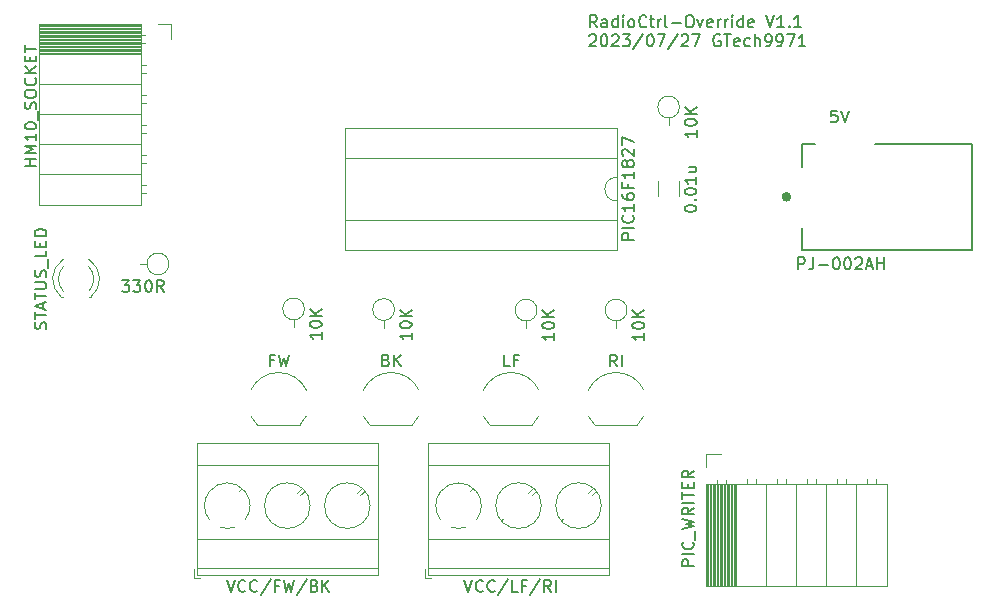
<source format=gto>
G04 #@! TF.GenerationSoftware,KiCad,Pcbnew,(6.0.11-0)*
G04 #@! TF.CreationDate,2023-07-27T23:45:53+09:00*
G04 #@! TF.ProjectId,RadioCtrl-Override,52616469-6f43-4747-926c-2d4f76657272,rev?*
G04 #@! TF.SameCoordinates,PX7bfa480PY7bfa480*
G04 #@! TF.FileFunction,Legend,Top*
G04 #@! TF.FilePolarity,Positive*
%FSLAX46Y46*%
G04 Gerber Fmt 4.6, Leading zero omitted, Abs format (unit mm)*
G04 Created by KiCad (PCBNEW (6.0.11-0)) date 2023-07-27 23:45:53*
%MOMM*%
%LPD*%
G01*
G04 APERTURE LIST*
%ADD10C,0.150000*%
%ADD11C,0.120000*%
%ADD12C,0.127000*%
%ADD13C,0.400000*%
G04 APERTURE END LIST*
D10*
X49167023Y48612620D02*
X48833690Y49088810D01*
X48595595Y48612620D02*
X48595595Y49612620D01*
X48976547Y49612620D01*
X49071785Y49565000D01*
X49119404Y49517381D01*
X49167023Y49422143D01*
X49167023Y49279286D01*
X49119404Y49184048D01*
X49071785Y49136429D01*
X48976547Y49088810D01*
X48595595Y49088810D01*
X50024166Y48612620D02*
X50024166Y49136429D01*
X49976547Y49231667D01*
X49881309Y49279286D01*
X49690833Y49279286D01*
X49595595Y49231667D01*
X50024166Y48660239D02*
X49928928Y48612620D01*
X49690833Y48612620D01*
X49595595Y48660239D01*
X49547976Y48755477D01*
X49547976Y48850715D01*
X49595595Y48945953D01*
X49690833Y48993572D01*
X49928928Y48993572D01*
X50024166Y49041191D01*
X50928928Y48612620D02*
X50928928Y49612620D01*
X50928928Y48660239D02*
X50833690Y48612620D01*
X50643214Y48612620D01*
X50547976Y48660239D01*
X50500357Y48707858D01*
X50452738Y48803096D01*
X50452738Y49088810D01*
X50500357Y49184048D01*
X50547976Y49231667D01*
X50643214Y49279286D01*
X50833690Y49279286D01*
X50928928Y49231667D01*
X51405119Y48612620D02*
X51405119Y49279286D01*
X51405119Y49612620D02*
X51357500Y49565000D01*
X51405119Y49517381D01*
X51452738Y49565000D01*
X51405119Y49612620D01*
X51405119Y49517381D01*
X52024166Y48612620D02*
X51928928Y48660239D01*
X51881309Y48707858D01*
X51833690Y48803096D01*
X51833690Y49088810D01*
X51881309Y49184048D01*
X51928928Y49231667D01*
X52024166Y49279286D01*
X52167023Y49279286D01*
X52262261Y49231667D01*
X52309880Y49184048D01*
X52357500Y49088810D01*
X52357500Y48803096D01*
X52309880Y48707858D01*
X52262261Y48660239D01*
X52167023Y48612620D01*
X52024166Y48612620D01*
X53357500Y48707858D02*
X53309880Y48660239D01*
X53167023Y48612620D01*
X53071785Y48612620D01*
X52928928Y48660239D01*
X52833690Y48755477D01*
X52786071Y48850715D01*
X52738452Y49041191D01*
X52738452Y49184048D01*
X52786071Y49374524D01*
X52833690Y49469762D01*
X52928928Y49565000D01*
X53071785Y49612620D01*
X53167023Y49612620D01*
X53309880Y49565000D01*
X53357500Y49517381D01*
X53643214Y49279286D02*
X54024166Y49279286D01*
X53786071Y49612620D02*
X53786071Y48755477D01*
X53833690Y48660239D01*
X53928928Y48612620D01*
X54024166Y48612620D01*
X54357500Y48612620D02*
X54357500Y49279286D01*
X54357500Y49088810D02*
X54405119Y49184048D01*
X54452738Y49231667D01*
X54547976Y49279286D01*
X54643214Y49279286D01*
X55119404Y48612620D02*
X55024166Y48660239D01*
X54976547Y48755477D01*
X54976547Y49612620D01*
X55500357Y48993572D02*
X56262261Y48993572D01*
X56928928Y49612620D02*
X57119404Y49612620D01*
X57214642Y49565000D01*
X57309880Y49469762D01*
X57357500Y49279286D01*
X57357500Y48945953D01*
X57309880Y48755477D01*
X57214642Y48660239D01*
X57119404Y48612620D01*
X56928928Y48612620D01*
X56833690Y48660239D01*
X56738452Y48755477D01*
X56690833Y48945953D01*
X56690833Y49279286D01*
X56738452Y49469762D01*
X56833690Y49565000D01*
X56928928Y49612620D01*
X57690833Y49279286D02*
X57928928Y48612620D01*
X58167023Y49279286D01*
X58928928Y48660239D02*
X58833690Y48612620D01*
X58643214Y48612620D01*
X58547976Y48660239D01*
X58500357Y48755477D01*
X58500357Y49136429D01*
X58547976Y49231667D01*
X58643214Y49279286D01*
X58833690Y49279286D01*
X58928928Y49231667D01*
X58976547Y49136429D01*
X58976547Y49041191D01*
X58500357Y48945953D01*
X59405119Y48612620D02*
X59405119Y49279286D01*
X59405119Y49088810D02*
X59452738Y49184048D01*
X59500357Y49231667D01*
X59595595Y49279286D01*
X59690833Y49279286D01*
X60024166Y48612620D02*
X60024166Y49279286D01*
X60024166Y49088810D02*
X60071785Y49184048D01*
X60119404Y49231667D01*
X60214642Y49279286D01*
X60309880Y49279286D01*
X60643214Y48612620D02*
X60643214Y49279286D01*
X60643214Y49612620D02*
X60595595Y49565000D01*
X60643214Y49517381D01*
X60690833Y49565000D01*
X60643214Y49612620D01*
X60643214Y49517381D01*
X61547976Y48612620D02*
X61547976Y49612620D01*
X61547976Y48660239D02*
X61452738Y48612620D01*
X61262261Y48612620D01*
X61167023Y48660239D01*
X61119404Y48707858D01*
X61071785Y48803096D01*
X61071785Y49088810D01*
X61119404Y49184048D01*
X61167023Y49231667D01*
X61262261Y49279286D01*
X61452738Y49279286D01*
X61547976Y49231667D01*
X62405119Y48660239D02*
X62309880Y48612620D01*
X62119404Y48612620D01*
X62024166Y48660239D01*
X61976547Y48755477D01*
X61976547Y49136429D01*
X62024166Y49231667D01*
X62119404Y49279286D01*
X62309880Y49279286D01*
X62405119Y49231667D01*
X62452738Y49136429D01*
X62452738Y49041191D01*
X61976547Y48945953D01*
X63500357Y49612620D02*
X63833690Y48612620D01*
X64167023Y49612620D01*
X65024166Y48612620D02*
X64452738Y48612620D01*
X64738452Y48612620D02*
X64738452Y49612620D01*
X64643214Y49469762D01*
X64547976Y49374524D01*
X64452738Y49326905D01*
X65452738Y48707858D02*
X65500357Y48660239D01*
X65452738Y48612620D01*
X65405119Y48660239D01*
X65452738Y48707858D01*
X65452738Y48612620D01*
X66452738Y48612620D02*
X65881309Y48612620D01*
X66167023Y48612620D02*
X66167023Y49612620D01*
X66071785Y49469762D01*
X65976547Y49374524D01*
X65881309Y49326905D01*
X48547976Y47907381D02*
X48595595Y47955000D01*
X48690833Y48002620D01*
X48928928Y48002620D01*
X49024166Y47955000D01*
X49071785Y47907381D01*
X49119404Y47812143D01*
X49119404Y47716905D01*
X49071785Y47574048D01*
X48500357Y47002620D01*
X49119404Y47002620D01*
X49738452Y48002620D02*
X49833690Y48002620D01*
X49928928Y47955000D01*
X49976547Y47907381D01*
X50024166Y47812143D01*
X50071785Y47621667D01*
X50071785Y47383572D01*
X50024166Y47193096D01*
X49976547Y47097858D01*
X49928928Y47050239D01*
X49833690Y47002620D01*
X49738452Y47002620D01*
X49643214Y47050239D01*
X49595595Y47097858D01*
X49547976Y47193096D01*
X49500357Y47383572D01*
X49500357Y47621667D01*
X49547976Y47812143D01*
X49595595Y47907381D01*
X49643214Y47955000D01*
X49738452Y48002620D01*
X50452738Y47907381D02*
X50500357Y47955000D01*
X50595595Y48002620D01*
X50833690Y48002620D01*
X50928928Y47955000D01*
X50976547Y47907381D01*
X51024166Y47812143D01*
X51024166Y47716905D01*
X50976547Y47574048D01*
X50405119Y47002620D01*
X51024166Y47002620D01*
X51357500Y48002620D02*
X51976547Y48002620D01*
X51643214Y47621667D01*
X51786071Y47621667D01*
X51881309Y47574048D01*
X51928928Y47526429D01*
X51976547Y47431191D01*
X51976547Y47193096D01*
X51928928Y47097858D01*
X51881309Y47050239D01*
X51786071Y47002620D01*
X51500357Y47002620D01*
X51405119Y47050239D01*
X51357500Y47097858D01*
X53119404Y48050239D02*
X52262261Y46764524D01*
X53643214Y48002620D02*
X53738452Y48002620D01*
X53833690Y47955000D01*
X53881309Y47907381D01*
X53928928Y47812143D01*
X53976547Y47621667D01*
X53976547Y47383572D01*
X53928928Y47193096D01*
X53881309Y47097858D01*
X53833690Y47050239D01*
X53738452Y47002620D01*
X53643214Y47002620D01*
X53547976Y47050239D01*
X53500357Y47097858D01*
X53452738Y47193096D01*
X53405119Y47383572D01*
X53405119Y47621667D01*
X53452738Y47812143D01*
X53500357Y47907381D01*
X53547976Y47955000D01*
X53643214Y48002620D01*
X54309880Y48002620D02*
X54976547Y48002620D01*
X54547976Y47002620D01*
X56071785Y48050239D02*
X55214642Y46764524D01*
X56357500Y47907381D02*
X56405119Y47955000D01*
X56500357Y48002620D01*
X56738452Y48002620D01*
X56833690Y47955000D01*
X56881309Y47907381D01*
X56928928Y47812143D01*
X56928928Y47716905D01*
X56881309Y47574048D01*
X56309880Y47002620D01*
X56928928Y47002620D01*
X57262261Y48002620D02*
X57928928Y48002620D01*
X57500357Y47002620D01*
X59595595Y47955000D02*
X59500357Y48002620D01*
X59357500Y48002620D01*
X59214642Y47955000D01*
X59119404Y47859762D01*
X59071785Y47764524D01*
X59024166Y47574048D01*
X59024166Y47431191D01*
X59071785Y47240715D01*
X59119404Y47145477D01*
X59214642Y47050239D01*
X59357500Y47002620D01*
X59452738Y47002620D01*
X59595595Y47050239D01*
X59643214Y47097858D01*
X59643214Y47431191D01*
X59452738Y47431191D01*
X59928928Y48002620D02*
X60500357Y48002620D01*
X60214642Y47002620D02*
X60214642Y48002620D01*
X61214642Y47050239D02*
X61119404Y47002620D01*
X60928928Y47002620D01*
X60833690Y47050239D01*
X60786071Y47145477D01*
X60786071Y47526429D01*
X60833690Y47621667D01*
X60928928Y47669286D01*
X61119404Y47669286D01*
X61214642Y47621667D01*
X61262261Y47526429D01*
X61262261Y47431191D01*
X60786071Y47335953D01*
X62119404Y47050239D02*
X62024166Y47002620D01*
X61833690Y47002620D01*
X61738452Y47050239D01*
X61690833Y47097858D01*
X61643214Y47193096D01*
X61643214Y47478810D01*
X61690833Y47574048D01*
X61738452Y47621667D01*
X61833690Y47669286D01*
X62024166Y47669286D01*
X62119404Y47621667D01*
X62547976Y47002620D02*
X62547976Y48002620D01*
X62976547Y47002620D02*
X62976547Y47526429D01*
X62928928Y47621667D01*
X62833690Y47669286D01*
X62690833Y47669286D01*
X62595595Y47621667D01*
X62547976Y47574048D01*
X63500357Y47002620D02*
X63690833Y47002620D01*
X63786071Y47050239D01*
X63833690Y47097858D01*
X63928928Y47240715D01*
X63976547Y47431191D01*
X63976547Y47812143D01*
X63928928Y47907381D01*
X63881309Y47955000D01*
X63786071Y48002620D01*
X63595595Y48002620D01*
X63500357Y47955000D01*
X63452738Y47907381D01*
X63405119Y47812143D01*
X63405119Y47574048D01*
X63452738Y47478810D01*
X63500357Y47431191D01*
X63595595Y47383572D01*
X63786071Y47383572D01*
X63881309Y47431191D01*
X63928928Y47478810D01*
X63976547Y47574048D01*
X64452738Y47002620D02*
X64643214Y47002620D01*
X64738452Y47050239D01*
X64786071Y47097858D01*
X64881309Y47240715D01*
X64928928Y47431191D01*
X64928928Y47812143D01*
X64881309Y47907381D01*
X64833690Y47955000D01*
X64738452Y48002620D01*
X64547976Y48002620D01*
X64452738Y47955000D01*
X64405119Y47907381D01*
X64357500Y47812143D01*
X64357500Y47574048D01*
X64405119Y47478810D01*
X64452738Y47431191D01*
X64547976Y47383572D01*
X64738452Y47383572D01*
X64833690Y47431191D01*
X64881309Y47478810D01*
X64928928Y47574048D01*
X65262261Y48002620D02*
X65928928Y48002620D01*
X65500357Y47002620D01*
X66833690Y47002620D02*
X66262261Y47002620D01*
X66547976Y47002620D02*
X66547976Y48002620D01*
X66452738Y47859762D01*
X66357500Y47764524D01*
X66262261Y47716905D01*
X66206971Y28122598D02*
X66206971Y29122645D01*
X66587941Y29122645D01*
X66683184Y29075024D01*
X66730805Y29027403D01*
X66778427Y28932160D01*
X66778427Y28789296D01*
X66730805Y28694054D01*
X66683184Y28646432D01*
X66587941Y28598811D01*
X66206971Y28598811D01*
X67492746Y29122645D02*
X67492746Y28408326D01*
X67445125Y28265462D01*
X67349882Y28170220D01*
X67207018Y28122598D01*
X67111776Y28122598D01*
X67968959Y28503569D02*
X68730899Y28503569D01*
X69397597Y29122645D02*
X69492840Y29122645D01*
X69588082Y29075024D01*
X69635704Y29027403D01*
X69683325Y28932160D01*
X69730946Y28741675D01*
X69730946Y28503569D01*
X69683325Y28313083D01*
X69635704Y28217841D01*
X69588082Y28170220D01*
X69492840Y28122598D01*
X69397597Y28122598D01*
X69302355Y28170220D01*
X69254733Y28217841D01*
X69207112Y28313083D01*
X69159491Y28503569D01*
X69159491Y28741675D01*
X69207112Y28932160D01*
X69254733Y29027403D01*
X69302355Y29075024D01*
X69397597Y29122645D01*
X70350023Y29122645D02*
X70445266Y29122645D01*
X70540508Y29075024D01*
X70588129Y29027403D01*
X70635751Y28932160D01*
X70683372Y28741675D01*
X70683372Y28503569D01*
X70635751Y28313083D01*
X70588129Y28217841D01*
X70540508Y28170220D01*
X70445266Y28122598D01*
X70350023Y28122598D01*
X70254780Y28170220D01*
X70207159Y28217841D01*
X70159538Y28313083D01*
X70111917Y28503569D01*
X70111917Y28741675D01*
X70159538Y28932160D01*
X70207159Y29027403D01*
X70254780Y29075024D01*
X70350023Y29122645D01*
X71064342Y29027403D02*
X71111964Y29075024D01*
X71207206Y29122645D01*
X71445313Y29122645D01*
X71540555Y29075024D01*
X71588176Y29027403D01*
X71635798Y28932160D01*
X71635798Y28836918D01*
X71588176Y28694054D01*
X71016721Y28122598D01*
X71635798Y28122598D01*
X72016768Y28408326D02*
X72492981Y28408326D01*
X71921525Y28122598D02*
X72254874Y29122645D01*
X72588223Y28122598D01*
X72921572Y28122598D02*
X72921572Y29122645D01*
X72921572Y28646432D02*
X73493028Y28646432D01*
X73493028Y28122598D02*
X73493028Y29122645D01*
X57617380Y39899524D02*
X57617380Y39328096D01*
X57617380Y39613810D02*
X56617380Y39613810D01*
X56760238Y39518572D01*
X56855476Y39423334D01*
X56903095Y39328096D01*
X56617380Y40518572D02*
X56617380Y40613810D01*
X56665000Y40709048D01*
X56712619Y40756667D01*
X56807857Y40804286D01*
X56998333Y40851905D01*
X57236428Y40851905D01*
X57426904Y40804286D01*
X57522142Y40756667D01*
X57569761Y40709048D01*
X57617380Y40613810D01*
X57617380Y40518572D01*
X57569761Y40423334D01*
X57522142Y40375715D01*
X57426904Y40328096D01*
X57236428Y40280477D01*
X56998333Y40280477D01*
X56807857Y40328096D01*
X56712619Y40375715D01*
X56665000Y40423334D01*
X56617380Y40518572D01*
X57617380Y41280477D02*
X56617380Y41280477D01*
X57617380Y41851905D02*
X57045952Y41423334D01*
X56617380Y41851905D02*
X57188809Y41280477D01*
X17844047Y1817620D02*
X18177380Y817620D01*
X18510714Y1817620D01*
X19415476Y912858D02*
X19367857Y865239D01*
X19225000Y817620D01*
X19129761Y817620D01*
X18986904Y865239D01*
X18891666Y960477D01*
X18844047Y1055715D01*
X18796428Y1246191D01*
X18796428Y1389048D01*
X18844047Y1579524D01*
X18891666Y1674762D01*
X18986904Y1770000D01*
X19129761Y1817620D01*
X19225000Y1817620D01*
X19367857Y1770000D01*
X19415476Y1722381D01*
X20415476Y912858D02*
X20367857Y865239D01*
X20225000Y817620D01*
X20129761Y817620D01*
X19986904Y865239D01*
X19891666Y960477D01*
X19844047Y1055715D01*
X19796428Y1246191D01*
X19796428Y1389048D01*
X19844047Y1579524D01*
X19891666Y1674762D01*
X19986904Y1770000D01*
X20129761Y1817620D01*
X20225000Y1817620D01*
X20367857Y1770000D01*
X20415476Y1722381D01*
X21558333Y1865239D02*
X20701190Y579524D01*
X22225000Y1341429D02*
X21891666Y1341429D01*
X21891666Y817620D02*
X21891666Y1817620D01*
X22367857Y1817620D01*
X22653571Y1817620D02*
X22891666Y817620D01*
X23082142Y1531905D01*
X23272619Y817620D01*
X23510714Y1817620D01*
X24605952Y1865239D02*
X23748809Y579524D01*
X25272619Y1341429D02*
X25415476Y1293810D01*
X25463095Y1246191D01*
X25510714Y1150953D01*
X25510714Y1008096D01*
X25463095Y912858D01*
X25415476Y865239D01*
X25320238Y817620D01*
X24939285Y817620D01*
X24939285Y1817620D01*
X25272619Y1817620D01*
X25367857Y1770000D01*
X25415476Y1722381D01*
X25463095Y1627143D01*
X25463095Y1531905D01*
X25415476Y1436667D01*
X25367857Y1389048D01*
X25272619Y1341429D01*
X24939285Y1341429D01*
X25939285Y817620D02*
X25939285Y1817620D01*
X26510714Y817620D02*
X26082142Y1389048D01*
X26510714Y1817620D02*
X25939285Y1246191D01*
X8959285Y27202620D02*
X9578333Y27202620D01*
X9245000Y26821667D01*
X9387857Y26821667D01*
X9483095Y26774048D01*
X9530714Y26726429D01*
X9578333Y26631191D01*
X9578333Y26393096D01*
X9530714Y26297858D01*
X9483095Y26250239D01*
X9387857Y26202620D01*
X9102142Y26202620D01*
X9006904Y26250239D01*
X8959285Y26297858D01*
X9911666Y27202620D02*
X10530714Y27202620D01*
X10197380Y26821667D01*
X10340238Y26821667D01*
X10435476Y26774048D01*
X10483095Y26726429D01*
X10530714Y26631191D01*
X10530714Y26393096D01*
X10483095Y26297858D01*
X10435476Y26250239D01*
X10340238Y26202620D01*
X10054523Y26202620D01*
X9959285Y26250239D01*
X9911666Y26297858D01*
X11149761Y27202620D02*
X11245000Y27202620D01*
X11340238Y27155000D01*
X11387857Y27107381D01*
X11435476Y27012143D01*
X11483095Y26821667D01*
X11483095Y26583572D01*
X11435476Y26393096D01*
X11387857Y26297858D01*
X11340238Y26250239D01*
X11245000Y26202620D01*
X11149761Y26202620D01*
X11054523Y26250239D01*
X11006904Y26297858D01*
X10959285Y26393096D01*
X10911666Y26583572D01*
X10911666Y26821667D01*
X10959285Y27012143D01*
X11006904Y27107381D01*
X11054523Y27155000D01*
X11149761Y27202620D01*
X12483095Y26202620D02*
X12149761Y26678810D01*
X11911666Y26202620D02*
X11911666Y27202620D01*
X12292619Y27202620D01*
X12387857Y27155000D01*
X12435476Y27107381D01*
X12483095Y27012143D01*
X12483095Y26869286D01*
X12435476Y26774048D01*
X12387857Y26726429D01*
X12292619Y26678810D01*
X11911666Y26678810D01*
X45552380Y22699524D02*
X45552380Y22128096D01*
X45552380Y22413810D02*
X44552380Y22413810D01*
X44695238Y22318572D01*
X44790476Y22223334D01*
X44838095Y22128096D01*
X44552380Y23318572D02*
X44552380Y23413810D01*
X44600000Y23509048D01*
X44647619Y23556667D01*
X44742857Y23604286D01*
X44933333Y23651905D01*
X45171428Y23651905D01*
X45361904Y23604286D01*
X45457142Y23556667D01*
X45504761Y23509048D01*
X45552380Y23413810D01*
X45552380Y23318572D01*
X45504761Y23223334D01*
X45457142Y23175715D01*
X45361904Y23128096D01*
X45171428Y23080477D01*
X44933333Y23080477D01*
X44742857Y23128096D01*
X44647619Y23175715D01*
X44600000Y23223334D01*
X44552380Y23318572D01*
X45552380Y24080477D02*
X44552380Y24080477D01*
X45552380Y24651905D02*
X44980952Y24223334D01*
X44552380Y24651905D02*
X45123809Y24080477D01*
X1722380Y36886191D02*
X722380Y36886191D01*
X1198571Y36886191D02*
X1198571Y37457620D01*
X1722380Y37457620D02*
X722380Y37457620D01*
X1722380Y37933810D02*
X722380Y37933810D01*
X1436666Y38267143D01*
X722380Y38600477D01*
X1722380Y38600477D01*
X1722380Y39600477D02*
X1722380Y39029048D01*
X1722380Y39314762D02*
X722380Y39314762D01*
X865238Y39219524D01*
X960476Y39124286D01*
X1008095Y39029048D01*
X722380Y40219524D02*
X722380Y40314762D01*
X770000Y40410000D01*
X817619Y40457620D01*
X912857Y40505239D01*
X1103333Y40552858D01*
X1341428Y40552858D01*
X1531904Y40505239D01*
X1627142Y40457620D01*
X1674761Y40410000D01*
X1722380Y40314762D01*
X1722380Y40219524D01*
X1674761Y40124286D01*
X1627142Y40076667D01*
X1531904Y40029048D01*
X1341428Y39981429D01*
X1103333Y39981429D01*
X912857Y40029048D01*
X817619Y40076667D01*
X770000Y40124286D01*
X722380Y40219524D01*
X1817619Y40743334D02*
X1817619Y41505239D01*
X1674761Y41695715D02*
X1722380Y41838572D01*
X1722380Y42076667D01*
X1674761Y42171905D01*
X1627142Y42219524D01*
X1531904Y42267143D01*
X1436666Y42267143D01*
X1341428Y42219524D01*
X1293809Y42171905D01*
X1246190Y42076667D01*
X1198571Y41886191D01*
X1150952Y41790953D01*
X1103333Y41743334D01*
X1008095Y41695715D01*
X912857Y41695715D01*
X817619Y41743334D01*
X770000Y41790953D01*
X722380Y41886191D01*
X722380Y42124286D01*
X770000Y42267143D01*
X722380Y42886191D02*
X722380Y43076667D01*
X770000Y43171905D01*
X865238Y43267143D01*
X1055714Y43314762D01*
X1389047Y43314762D01*
X1579523Y43267143D01*
X1674761Y43171905D01*
X1722380Y43076667D01*
X1722380Y42886191D01*
X1674761Y42790953D01*
X1579523Y42695715D01*
X1389047Y42648096D01*
X1055714Y42648096D01*
X865238Y42695715D01*
X770000Y42790953D01*
X722380Y42886191D01*
X1627142Y44314762D02*
X1674761Y44267143D01*
X1722380Y44124286D01*
X1722380Y44029048D01*
X1674761Y43886191D01*
X1579523Y43790953D01*
X1484285Y43743334D01*
X1293809Y43695715D01*
X1150952Y43695715D01*
X960476Y43743334D01*
X865238Y43790953D01*
X770000Y43886191D01*
X722380Y44029048D01*
X722380Y44124286D01*
X770000Y44267143D01*
X817619Y44314762D01*
X1722380Y44743334D02*
X722380Y44743334D01*
X1722380Y45314762D02*
X1150952Y44886191D01*
X722380Y45314762D02*
X1293809Y44743334D01*
X1198571Y45743334D02*
X1198571Y46076667D01*
X1722380Y46219524D02*
X1722380Y45743334D01*
X722380Y45743334D01*
X722380Y46219524D01*
X722380Y46505239D02*
X722380Y47076667D01*
X1722380Y46790953D02*
X722380Y46790953D01*
X33487380Y22754524D02*
X33487380Y22183096D01*
X33487380Y22468810D02*
X32487380Y22468810D01*
X32630238Y22373572D01*
X32725476Y22278334D01*
X32773095Y22183096D01*
X32487380Y23373572D02*
X32487380Y23468810D01*
X32535000Y23564048D01*
X32582619Y23611667D01*
X32677857Y23659286D01*
X32868333Y23706905D01*
X33106428Y23706905D01*
X33296904Y23659286D01*
X33392142Y23611667D01*
X33439761Y23564048D01*
X33487380Y23468810D01*
X33487380Y23373572D01*
X33439761Y23278334D01*
X33392142Y23230715D01*
X33296904Y23183096D01*
X33106428Y23135477D01*
X32868333Y23135477D01*
X32677857Y23183096D01*
X32582619Y23230715D01*
X32535000Y23278334D01*
X32487380Y23373572D01*
X33487380Y24135477D02*
X32487380Y24135477D01*
X33487380Y24706905D02*
X32915952Y24278334D01*
X32487380Y24706905D02*
X33058809Y24135477D01*
X25867380Y22804524D02*
X25867380Y22233096D01*
X25867380Y22518810D02*
X24867380Y22518810D01*
X25010238Y22423572D01*
X25105476Y22328334D01*
X25153095Y22233096D01*
X24867380Y23423572D02*
X24867380Y23518810D01*
X24915000Y23614048D01*
X24962619Y23661667D01*
X25057857Y23709286D01*
X25248333Y23756905D01*
X25486428Y23756905D01*
X25676904Y23709286D01*
X25772142Y23661667D01*
X25819761Y23614048D01*
X25867380Y23518810D01*
X25867380Y23423572D01*
X25819761Y23328334D01*
X25772142Y23280715D01*
X25676904Y23233096D01*
X25486428Y23185477D01*
X25248333Y23185477D01*
X25057857Y23233096D01*
X24962619Y23280715D01*
X24915000Y23328334D01*
X24867380Y23423572D01*
X25867380Y24185477D02*
X24867380Y24185477D01*
X25867380Y24756905D02*
X25295952Y24328334D01*
X24867380Y24756905D02*
X25438809Y24185477D01*
X52302380Y30629286D02*
X51302380Y30629286D01*
X51302380Y31010239D01*
X51350000Y31105477D01*
X51397619Y31153096D01*
X51492857Y31200715D01*
X51635714Y31200715D01*
X51730952Y31153096D01*
X51778571Y31105477D01*
X51826190Y31010239D01*
X51826190Y30629286D01*
X52302380Y31629286D02*
X51302380Y31629286D01*
X52207142Y32676905D02*
X52254761Y32629286D01*
X52302380Y32486429D01*
X52302380Y32391191D01*
X52254761Y32248334D01*
X52159523Y32153096D01*
X52064285Y32105477D01*
X51873809Y32057858D01*
X51730952Y32057858D01*
X51540476Y32105477D01*
X51445238Y32153096D01*
X51350000Y32248334D01*
X51302380Y32391191D01*
X51302380Y32486429D01*
X51350000Y32629286D01*
X51397619Y32676905D01*
X52302380Y33629286D02*
X52302380Y33057858D01*
X52302380Y33343572D02*
X51302380Y33343572D01*
X51445238Y33248334D01*
X51540476Y33153096D01*
X51588095Y33057858D01*
X51302380Y34486429D02*
X51302380Y34295953D01*
X51350000Y34200715D01*
X51397619Y34153096D01*
X51540476Y34057858D01*
X51730952Y34010239D01*
X52111904Y34010239D01*
X52207142Y34057858D01*
X52254761Y34105477D01*
X52302380Y34200715D01*
X52302380Y34391191D01*
X52254761Y34486429D01*
X52207142Y34534048D01*
X52111904Y34581667D01*
X51873809Y34581667D01*
X51778571Y34534048D01*
X51730952Y34486429D01*
X51683333Y34391191D01*
X51683333Y34200715D01*
X51730952Y34105477D01*
X51778571Y34057858D01*
X51873809Y34010239D01*
X51778571Y35343572D02*
X51778571Y35010239D01*
X52302380Y35010239D02*
X51302380Y35010239D01*
X51302380Y35486429D01*
X52302380Y36391191D02*
X52302380Y35819762D01*
X52302380Y36105477D02*
X51302380Y36105477D01*
X51445238Y36010239D01*
X51540476Y35915000D01*
X51588095Y35819762D01*
X51730952Y36962620D02*
X51683333Y36867381D01*
X51635714Y36819762D01*
X51540476Y36772143D01*
X51492857Y36772143D01*
X51397619Y36819762D01*
X51350000Y36867381D01*
X51302380Y36962620D01*
X51302380Y37153096D01*
X51350000Y37248334D01*
X51397619Y37295953D01*
X51492857Y37343572D01*
X51540476Y37343572D01*
X51635714Y37295953D01*
X51683333Y37248334D01*
X51730952Y37153096D01*
X51730952Y36962620D01*
X51778571Y36867381D01*
X51826190Y36819762D01*
X51921428Y36772143D01*
X52111904Y36772143D01*
X52207142Y36819762D01*
X52254761Y36867381D01*
X52302380Y36962620D01*
X52302380Y37153096D01*
X52254761Y37248334D01*
X52207142Y37295953D01*
X52111904Y37343572D01*
X51921428Y37343572D01*
X51826190Y37295953D01*
X51778571Y37248334D01*
X51730952Y37153096D01*
X51397619Y37724524D02*
X51350000Y37772143D01*
X51302380Y37867381D01*
X51302380Y38105477D01*
X51350000Y38200715D01*
X51397619Y38248334D01*
X51492857Y38295953D01*
X51588095Y38295953D01*
X51730952Y38248334D01*
X52302380Y37676905D01*
X52302380Y38295953D01*
X51302380Y38629286D02*
X51302380Y39295953D01*
X52302380Y38867381D01*
X57397380Y2981191D02*
X56397380Y2981191D01*
X56397380Y3362143D01*
X56445000Y3457381D01*
X56492619Y3505000D01*
X56587857Y3552620D01*
X56730714Y3552620D01*
X56825952Y3505000D01*
X56873571Y3457381D01*
X56921190Y3362143D01*
X56921190Y2981191D01*
X57397380Y3981191D02*
X56397380Y3981191D01*
X57302142Y5028810D02*
X57349761Y4981191D01*
X57397380Y4838334D01*
X57397380Y4743096D01*
X57349761Y4600239D01*
X57254523Y4505000D01*
X57159285Y4457381D01*
X56968809Y4409762D01*
X56825952Y4409762D01*
X56635476Y4457381D01*
X56540238Y4505000D01*
X56445000Y4600239D01*
X56397380Y4743096D01*
X56397380Y4838334D01*
X56445000Y4981191D01*
X56492619Y5028810D01*
X57492619Y5219286D02*
X57492619Y5981191D01*
X56397380Y6124048D02*
X57397380Y6362143D01*
X56683095Y6552620D01*
X57397380Y6743096D01*
X56397380Y6981191D01*
X57397380Y7933572D02*
X56921190Y7600239D01*
X57397380Y7362143D02*
X56397380Y7362143D01*
X56397380Y7743096D01*
X56445000Y7838334D01*
X56492619Y7885953D01*
X56587857Y7933572D01*
X56730714Y7933572D01*
X56825952Y7885953D01*
X56873571Y7838334D01*
X56921190Y7743096D01*
X56921190Y7362143D01*
X57397380Y8362143D02*
X56397380Y8362143D01*
X56397380Y8695477D02*
X56397380Y9266905D01*
X57397380Y8981191D02*
X56397380Y8981191D01*
X56873571Y9600239D02*
X56873571Y9933572D01*
X57397380Y10076429D02*
X57397380Y9600239D01*
X56397380Y9600239D01*
X56397380Y10076429D01*
X57397380Y11076429D02*
X56921190Y10743096D01*
X57397380Y10505000D02*
X56397380Y10505000D01*
X56397380Y10885953D01*
X56445000Y10981191D01*
X56492619Y11028810D01*
X56587857Y11076429D01*
X56730714Y11076429D01*
X56825952Y11028810D01*
X56873571Y10981191D01*
X56921190Y10885953D01*
X56921190Y10505000D01*
X31321428Y20416429D02*
X31464285Y20368810D01*
X31511904Y20321191D01*
X31559523Y20225953D01*
X31559523Y20083096D01*
X31511904Y19987858D01*
X31464285Y19940239D01*
X31369047Y19892620D01*
X30988095Y19892620D01*
X30988095Y20892620D01*
X31321428Y20892620D01*
X31416666Y20845000D01*
X31464285Y20797381D01*
X31511904Y20702143D01*
X31511904Y20606905D01*
X31464285Y20511667D01*
X31416666Y20464048D01*
X31321428Y20416429D01*
X30988095Y20416429D01*
X31988095Y19892620D02*
X31988095Y20892620D01*
X32559523Y19892620D02*
X32130952Y20464048D01*
X32559523Y20892620D02*
X31988095Y20321191D01*
X56602380Y33234524D02*
X56602380Y33329762D01*
X56650000Y33425000D01*
X56697619Y33472620D01*
X56792857Y33520239D01*
X56983333Y33567858D01*
X57221428Y33567858D01*
X57411904Y33520239D01*
X57507142Y33472620D01*
X57554761Y33425000D01*
X57602380Y33329762D01*
X57602380Y33234524D01*
X57554761Y33139286D01*
X57507142Y33091667D01*
X57411904Y33044048D01*
X57221428Y32996429D01*
X56983333Y32996429D01*
X56792857Y33044048D01*
X56697619Y33091667D01*
X56650000Y33139286D01*
X56602380Y33234524D01*
X57507142Y33996429D02*
X57554761Y34044048D01*
X57602380Y33996429D01*
X57554761Y33948810D01*
X57507142Y33996429D01*
X57602380Y33996429D01*
X56602380Y34663096D02*
X56602380Y34758334D01*
X56650000Y34853572D01*
X56697619Y34901191D01*
X56792857Y34948810D01*
X56983333Y34996429D01*
X57221428Y34996429D01*
X57411904Y34948810D01*
X57507142Y34901191D01*
X57554761Y34853572D01*
X57602380Y34758334D01*
X57602380Y34663096D01*
X57554761Y34567858D01*
X57507142Y34520239D01*
X57411904Y34472620D01*
X57221428Y34425000D01*
X56983333Y34425000D01*
X56792857Y34472620D01*
X56697619Y34520239D01*
X56650000Y34567858D01*
X56602380Y34663096D01*
X57602380Y35948810D02*
X57602380Y35377381D01*
X57602380Y35663096D02*
X56602380Y35663096D01*
X56745238Y35567858D01*
X56840476Y35472620D01*
X56888095Y35377381D01*
X56935714Y36805953D02*
X57602380Y36805953D01*
X56935714Y36377381D02*
X57459523Y36377381D01*
X57554761Y36425000D01*
X57602380Y36520239D01*
X57602380Y36663096D01*
X57554761Y36758334D01*
X57507142Y36805953D01*
X37957619Y1817620D02*
X38290952Y817620D01*
X38624285Y1817620D01*
X39529047Y912858D02*
X39481428Y865239D01*
X39338571Y817620D01*
X39243333Y817620D01*
X39100476Y865239D01*
X39005238Y960477D01*
X38957619Y1055715D01*
X38910000Y1246191D01*
X38910000Y1389048D01*
X38957619Y1579524D01*
X39005238Y1674762D01*
X39100476Y1770000D01*
X39243333Y1817620D01*
X39338571Y1817620D01*
X39481428Y1770000D01*
X39529047Y1722381D01*
X40529047Y912858D02*
X40481428Y865239D01*
X40338571Y817620D01*
X40243333Y817620D01*
X40100476Y865239D01*
X40005238Y960477D01*
X39957619Y1055715D01*
X39910000Y1246191D01*
X39910000Y1389048D01*
X39957619Y1579524D01*
X40005238Y1674762D01*
X40100476Y1770000D01*
X40243333Y1817620D01*
X40338571Y1817620D01*
X40481428Y1770000D01*
X40529047Y1722381D01*
X41671904Y1865239D02*
X40814761Y579524D01*
X42481428Y817620D02*
X42005238Y817620D01*
X42005238Y1817620D01*
X43148095Y1341429D02*
X42814761Y1341429D01*
X42814761Y817620D02*
X42814761Y1817620D01*
X43290952Y1817620D01*
X44386190Y1865239D02*
X43529047Y579524D01*
X45290952Y817620D02*
X44957619Y1293810D01*
X44719523Y817620D02*
X44719523Y1817620D01*
X45100476Y1817620D01*
X45195714Y1770000D01*
X45243333Y1722381D01*
X45290952Y1627143D01*
X45290952Y1484286D01*
X45243333Y1389048D01*
X45195714Y1341429D01*
X45100476Y1293810D01*
X44719523Y1293810D01*
X45719523Y817620D02*
X45719523Y1817620D01*
X2524761Y23090715D02*
X2572380Y23233572D01*
X2572380Y23471667D01*
X2524761Y23566905D01*
X2477142Y23614524D01*
X2381904Y23662143D01*
X2286666Y23662143D01*
X2191428Y23614524D01*
X2143809Y23566905D01*
X2096190Y23471667D01*
X2048571Y23281191D01*
X2000952Y23185953D01*
X1953333Y23138334D01*
X1858095Y23090715D01*
X1762857Y23090715D01*
X1667619Y23138334D01*
X1620000Y23185953D01*
X1572380Y23281191D01*
X1572380Y23519286D01*
X1620000Y23662143D01*
X1572380Y23947858D02*
X1572380Y24519286D01*
X2572380Y24233572D02*
X1572380Y24233572D01*
X2286666Y24805000D02*
X2286666Y25281191D01*
X2572380Y24709762D02*
X1572380Y25043096D01*
X2572380Y25376429D01*
X1572380Y25566905D02*
X1572380Y26138334D01*
X2572380Y25852620D02*
X1572380Y25852620D01*
X1572380Y26471667D02*
X2381904Y26471667D01*
X2477142Y26519286D01*
X2524761Y26566905D01*
X2572380Y26662143D01*
X2572380Y26852620D01*
X2524761Y26947858D01*
X2477142Y26995477D01*
X2381904Y27043096D01*
X1572380Y27043096D01*
X2524761Y27471667D02*
X2572380Y27614524D01*
X2572380Y27852620D01*
X2524761Y27947858D01*
X2477142Y27995477D01*
X2381904Y28043096D01*
X2286666Y28043096D01*
X2191428Y27995477D01*
X2143809Y27947858D01*
X2096190Y27852620D01*
X2048571Y27662143D01*
X2000952Y27566905D01*
X1953333Y27519286D01*
X1858095Y27471667D01*
X1762857Y27471667D01*
X1667619Y27519286D01*
X1620000Y27566905D01*
X1572380Y27662143D01*
X1572380Y27900239D01*
X1620000Y28043096D01*
X2667619Y28233572D02*
X2667619Y28995477D01*
X2572380Y29709762D02*
X2572380Y29233572D01*
X1572380Y29233572D01*
X2048571Y30043096D02*
X2048571Y30376429D01*
X2572380Y30519286D02*
X2572380Y30043096D01*
X1572380Y30043096D01*
X1572380Y30519286D01*
X2572380Y30947858D02*
X1572380Y30947858D01*
X1572380Y31185953D01*
X1620000Y31328810D01*
X1715238Y31424048D01*
X1810476Y31471667D01*
X2000952Y31519286D01*
X2143809Y31519286D01*
X2334285Y31471667D01*
X2429523Y31424048D01*
X2524761Y31328810D01*
X2572380Y31185953D01*
X2572380Y30947858D01*
X50871428Y19892620D02*
X50538095Y20368810D01*
X50300000Y19892620D02*
X50300000Y20892620D01*
X50680952Y20892620D01*
X50776190Y20845000D01*
X50823809Y20797381D01*
X50871428Y20702143D01*
X50871428Y20559286D01*
X50823809Y20464048D01*
X50776190Y20416429D01*
X50680952Y20368810D01*
X50300000Y20368810D01*
X51300000Y19892620D02*
X51300000Y20892620D01*
X41790952Y19892620D02*
X41314761Y19892620D01*
X41314761Y20892620D01*
X42457619Y20416429D02*
X42124285Y20416429D01*
X42124285Y19892620D02*
X42124285Y20892620D01*
X42600476Y20892620D01*
X53172380Y22709524D02*
X53172380Y22138096D01*
X53172380Y22423810D02*
X52172380Y22423810D01*
X52315238Y22328572D01*
X52410476Y22233334D01*
X52458095Y22138096D01*
X52172380Y23328572D02*
X52172380Y23423810D01*
X52220000Y23519048D01*
X52267619Y23566667D01*
X52362857Y23614286D01*
X52553333Y23661905D01*
X52791428Y23661905D01*
X52981904Y23614286D01*
X53077142Y23566667D01*
X53124761Y23519048D01*
X53172380Y23423810D01*
X53172380Y23328572D01*
X53124761Y23233334D01*
X53077142Y23185715D01*
X52981904Y23138096D01*
X52791428Y23090477D01*
X52553333Y23090477D01*
X52362857Y23138096D01*
X52267619Y23185715D01*
X52220000Y23233334D01*
X52172380Y23328572D01*
X53172380Y24090477D02*
X52172380Y24090477D01*
X53172380Y24661905D02*
X52600952Y24233334D01*
X52172380Y24661905D02*
X52743809Y24090477D01*
X69507132Y41562965D02*
X69030920Y41562965D01*
X68983298Y41086752D01*
X69030920Y41134374D01*
X69126162Y41181995D01*
X69364269Y41181995D01*
X69459511Y41134374D01*
X69507132Y41086752D01*
X69554754Y40991510D01*
X69554754Y40753403D01*
X69507132Y40658161D01*
X69459511Y40610540D01*
X69364269Y40562918D01*
X69126162Y40562918D01*
X69030920Y40610540D01*
X68983298Y40658161D01*
X69840481Y41562965D02*
X70173830Y40562918D01*
X70507179Y41562965D01*
X21796428Y20416429D02*
X21463095Y20416429D01*
X21463095Y19892620D02*
X21463095Y20892620D01*
X21939285Y20892620D01*
X22225000Y20892620D02*
X22463095Y19892620D01*
X22653571Y20606905D01*
X22844047Y19892620D01*
X23082142Y20892620D01*
D11*
X55245000Y40940000D02*
X55245000Y40320000D01*
X56165000Y41860000D02*
G75*
G03*
X56165000Y41860000I-920000J0D01*
G01*
X15277500Y2253500D02*
X30637500Y2253500D01*
X15277500Y13373500D02*
X15277500Y2253500D01*
X15277500Y2813500D02*
X30637500Y2813500D01*
X21810500Y6730500D02*
X21729500Y6649500D01*
X15037500Y2013500D02*
X15537500Y2013500D01*
X15037500Y2753500D02*
X15037500Y2013500D01*
X29266500Y9577500D02*
X28875500Y9187500D01*
X26890500Y6730500D02*
X26809500Y6649500D01*
X15277500Y13373500D02*
X30637500Y13373500D01*
X21601500Y6992500D02*
X21494500Y6885500D01*
X24421500Y9342500D02*
X24071500Y8992500D01*
X15277500Y11513500D02*
X30637500Y11513500D01*
X19106500Y9577500D02*
X18890500Y9362500D01*
X15277500Y5313500D02*
X30637500Y5313500D01*
X24186500Y9577500D02*
X23795500Y9187500D01*
X30637500Y13373500D02*
X30637500Y2253500D01*
X26681500Y6992500D02*
X26574500Y6885500D01*
X29501500Y9342500D02*
X29151500Y8992500D01*
X19377500Y9328500D02*
G75*
G03*
X16377183Y9328109I-1500000J-1214998D01*
G01*
X24887500Y8113500D02*
G75*
G03*
X24887500Y8113500I-1930000J0D01*
G01*
X16356500Y9302500D02*
G75*
G03*
X16355855Y6925325I1521000J-1189000D01*
G01*
X17877500Y6183500D02*
G75*
G03*
X18473903Y6277961I-5J1930033D01*
G01*
X29967500Y8113500D02*
G75*
G03*
X29967500Y8113500I-1930000J0D01*
G01*
X19398500Y6924500D02*
G75*
G03*
X19399145Y9301675I-1521000J1189000D01*
G01*
X17280500Y6277500D02*
G75*
G03*
X17910769Y6183164I596995J1835976D01*
G01*
X11095000Y28575000D02*
X10475000Y28575000D01*
X12935000Y28575000D02*
G75*
G03*
X12935000Y28575000I-920000J0D01*
G01*
X43180000Y23740000D02*
X43180000Y23120000D01*
X44100000Y24660000D02*
G75*
G03*
X44100000Y24660000I-920000J0D01*
G01*
X1930000Y33570000D02*
X10560000Y33570000D01*
X10560000Y42160000D02*
X10970000Y42160000D01*
X1930000Y46330000D02*
X10560000Y46330000D01*
X1930000Y43790000D02*
X10560000Y43790000D01*
X10560000Y39620000D02*
X10970000Y39620000D01*
X10560000Y37080000D02*
X10970000Y37080000D01*
X1930000Y46448100D02*
X10560000Y46448100D01*
X10560000Y42880000D02*
X10970000Y42880000D01*
X1930000Y48337620D02*
X10560000Y48337620D01*
X10560000Y45420000D02*
X10970000Y45420000D01*
X1930000Y46802385D02*
X10560000Y46802385D01*
X1930000Y46684290D02*
X10560000Y46684290D01*
X1930000Y38710000D02*
X10560000Y38710000D01*
X1930000Y46566195D02*
X10560000Y46566195D01*
X10560000Y48930000D02*
X10560000Y33570000D01*
X1930000Y47629050D02*
X10560000Y47629050D01*
X10560000Y44700000D02*
X10970000Y44700000D01*
X1930000Y48810000D02*
X10560000Y48810000D01*
X1930000Y47865240D02*
X10560000Y47865240D01*
X1930000Y48455715D02*
X10560000Y48455715D01*
X1930000Y47038575D02*
X10560000Y47038575D01*
X13130000Y48930000D02*
X13130000Y47600000D01*
X1930000Y48930000D02*
X10560000Y48930000D01*
X1930000Y46920480D02*
X10560000Y46920480D01*
X1930000Y47392860D02*
X10560000Y47392860D01*
X12020000Y48930000D02*
X13130000Y48930000D01*
X1930000Y48219525D02*
X10560000Y48219525D01*
X10560000Y37800000D02*
X10970000Y37800000D01*
X1930000Y48101430D02*
X10560000Y48101430D01*
X10560000Y34540000D02*
X10970000Y34540000D01*
X1930000Y47274765D02*
X10560000Y47274765D01*
X1930000Y47510955D02*
X10560000Y47510955D01*
X1930000Y36170000D02*
X10560000Y36170000D01*
X1930000Y47983335D02*
X10560000Y47983335D01*
X10560000Y47240000D02*
X10910000Y47240000D01*
X1930000Y47156670D02*
X10560000Y47156670D01*
X1930000Y48573810D02*
X10560000Y48573810D01*
X10560000Y35260000D02*
X10970000Y35260000D01*
X1930000Y47747145D02*
X10560000Y47747145D01*
X10560000Y47960000D02*
X10910000Y47960000D01*
X1930000Y48691905D02*
X10560000Y48691905D01*
X1930000Y41250000D02*
X10560000Y41250000D01*
X10560000Y40340000D02*
X10970000Y40340000D01*
X1930000Y48930000D02*
X1930000Y33570000D01*
X31115000Y23795000D02*
X31115000Y23175000D01*
X32035000Y24715000D02*
G75*
G03*
X32035000Y24715000I-920000J0D01*
G01*
X23495000Y23845000D02*
X23495000Y23225000D01*
X24415000Y24765000D02*
G75*
G03*
X24415000Y24765000I-920000J0D01*
G01*
X27870000Y37565000D02*
X27870000Y32265000D01*
X50910000Y40055000D02*
X27810000Y40055000D01*
X27810000Y29775000D02*
X50910000Y29775000D01*
X27870000Y32265000D02*
X50850000Y32265000D01*
X50850000Y37565000D02*
X27870000Y37565000D01*
X50850000Y35915000D02*
X50850000Y37565000D01*
X50910000Y29775000D02*
X50910000Y40055000D01*
X50850000Y32265000D02*
X50850000Y33915000D01*
X27810000Y40055000D02*
X27810000Y29775000D01*
X50850000Y35915000D02*
G75*
G03*
X50850000Y33915000I0J-1000000D01*
G01*
X60394520Y1295000D02*
X60394520Y9925000D01*
X67695000Y9925000D02*
X67695000Y10335000D01*
X63525000Y1295000D02*
X63525000Y9925000D01*
X60276425Y1295000D02*
X60276425Y9925000D01*
X60985000Y1295000D02*
X60985000Y9925000D01*
X58623095Y1295000D02*
X58623095Y9925000D01*
X73745000Y1295000D02*
X73745000Y9925000D01*
X59922140Y1295000D02*
X59922140Y9925000D01*
X59685950Y1295000D02*
X59685950Y9925000D01*
X58385000Y9925000D02*
X73745000Y9925000D01*
X66065000Y1295000D02*
X66065000Y9925000D01*
X60040235Y1295000D02*
X60040235Y9925000D01*
X59449760Y1295000D02*
X59449760Y9925000D01*
X58977380Y1295000D02*
X58977380Y9925000D01*
X72775000Y9925000D02*
X72775000Y10335000D01*
X58385000Y11385000D02*
X58385000Y12495000D01*
X70235000Y9925000D02*
X70235000Y10335000D01*
X71145000Y1295000D02*
X71145000Y9925000D01*
X65155000Y9925000D02*
X65155000Y10335000D01*
X68605000Y1295000D02*
X68605000Y9925000D01*
X60866900Y1295000D02*
X60866900Y9925000D01*
X60512615Y1295000D02*
X60512615Y9925000D01*
X58859285Y1295000D02*
X58859285Y9925000D01*
X59331665Y1295000D02*
X59331665Y9925000D01*
X60748805Y1295000D02*
X60748805Y9925000D01*
X59095475Y1295000D02*
X59095475Y9925000D01*
X58385000Y1295000D02*
X73745000Y1295000D01*
X58385000Y12495000D02*
X59715000Y12495000D01*
X58741190Y1295000D02*
X58741190Y9925000D01*
X59804045Y1295000D02*
X59804045Y9925000D01*
X58505000Y1295000D02*
X58505000Y9925000D01*
X61895000Y9925000D02*
X61895000Y10335000D01*
X60158330Y1295000D02*
X60158330Y9925000D01*
X59355000Y9925000D02*
X59355000Y10275000D01*
X66975000Y9925000D02*
X66975000Y10335000D01*
X72055000Y9925000D02*
X72055000Y10335000D01*
X60630710Y1295000D02*
X60630710Y9925000D01*
X59567855Y1295000D02*
X59567855Y9925000D01*
X64435000Y9925000D02*
X64435000Y10335000D01*
X62615000Y9925000D02*
X62615000Y10335000D01*
X69515000Y9925000D02*
X69515000Y10335000D01*
X60075000Y9925000D02*
X60075000Y10275000D01*
X58385000Y1295000D02*
X58385000Y9925000D01*
X59213570Y1295000D02*
X59213570Y9925000D01*
X29950000Y14935000D02*
X33550000Y14935000D01*
X29425816Y15662205D02*
G75*
G03*
X29950000Y14935000I2324184J1122795D01*
G01*
X31750000Y19385000D02*
G75*
G03*
X29393600Y17883807I0J-2600000D01*
G01*
X34106400Y17883807D02*
G75*
G03*
X31750000Y19385000I-2356400J-1098807D01*
G01*
X33550000Y14935000D02*
G75*
G03*
X34074184Y15662205I-1800000J1850000D01*
G01*
X54325000Y34296000D02*
X54325000Y35554000D01*
X56165000Y34296000D02*
X56165000Y35554000D01*
X34620000Y2013500D02*
X35120000Y2013500D01*
X49084000Y9342500D02*
X48734000Y8992500D01*
X46264000Y6992500D02*
X46157000Y6885500D01*
X34860000Y2813500D02*
X50220000Y2813500D01*
X34860000Y2253500D02*
X50220000Y2253500D01*
X46473000Y6730500D02*
X46392000Y6649500D01*
X50220000Y13373500D02*
X50220000Y2253500D01*
X34860000Y11513500D02*
X50220000Y11513500D01*
X34860000Y5313500D02*
X50220000Y5313500D01*
X41184000Y6992500D02*
X41077000Y6885500D01*
X48849000Y9577500D02*
X48458000Y9187500D01*
X43769000Y9577500D02*
X43378000Y9187500D01*
X34620000Y2753500D02*
X34620000Y2013500D01*
X34860000Y13373500D02*
X34860000Y2253500D01*
X34860000Y13373500D02*
X50220000Y13373500D01*
X38689000Y9577500D02*
X38473000Y9362500D01*
X44004000Y9342500D02*
X43654000Y8992500D01*
X41393000Y6730500D02*
X41312000Y6649500D01*
X44470000Y8113500D02*
G75*
G03*
X44470000Y8113500I-1930000J0D01*
G01*
X37460000Y6183500D02*
G75*
G03*
X38056403Y6277961I-5J1930033D01*
G01*
X36863000Y6277500D02*
G75*
G03*
X37493269Y6183164I596995J1835976D01*
G01*
X35939000Y9302500D02*
G75*
G03*
X35938355Y6925325I1521000J-1189000D01*
G01*
X38960000Y9328500D02*
G75*
G03*
X35959683Y9328109I-1500000J-1214998D01*
G01*
X49550000Y8113500D02*
G75*
G03*
X49550000Y8113500I-1930000J0D01*
G01*
X38981000Y6924500D02*
G75*
G03*
X38981645Y9301675I-1521000J1189000D01*
G01*
X3844000Y25745000D02*
X4000000Y25745000D01*
X6160000Y25745000D02*
X6316000Y25745000D01*
X4001392Y28977335D02*
G75*
G03*
X3844484Y25745000I1078608J-1672335D01*
G01*
X6315516Y25745000D02*
G75*
G03*
X6158608Y28977335I-1235516J1560000D01*
G01*
X4000163Y28346130D02*
G75*
G03*
X4000000Y26264039I1079837J-1041130D01*
G01*
X6160000Y26264039D02*
G75*
G03*
X6159837Y28346130I-1080000J1040961D01*
G01*
X49000000Y14935000D02*
X52600000Y14935000D01*
X50800000Y19385000D02*
G75*
G03*
X48443600Y17883807I0J-2600000D01*
G01*
X53156400Y17883807D02*
G75*
G03*
X50800000Y19385000I-2356400J-1098807D01*
G01*
X48475816Y15662205D02*
G75*
G03*
X49000000Y14935000I2324184J1122795D01*
G01*
X52600000Y14935000D02*
G75*
G03*
X53124184Y15662205I-1800000J1850000D01*
G01*
X40110000Y14935000D02*
X43710000Y14935000D01*
X41910000Y19385000D02*
G75*
G03*
X39553600Y17883807I0J-2600000D01*
G01*
X43710000Y14935000D02*
G75*
G03*
X44234184Y15662205I-1800000J1850000D01*
G01*
X39585816Y15662205D02*
G75*
G03*
X40110000Y14935000I2324184J1122795D01*
G01*
X44266400Y17883807D02*
G75*
G03*
X41910000Y19385000I-2356400J-1098807D01*
G01*
X50800000Y23750000D02*
X50800000Y23130000D01*
X51720000Y24670000D02*
G75*
G03*
X51720000Y24670000I-920000J0D01*
G01*
D12*
X66512500Y29750000D02*
X66512500Y31600000D01*
X66512500Y38750000D02*
X67662500Y38750000D01*
X66512500Y36800000D02*
X66512500Y38750000D01*
X72762500Y38750000D02*
X80912500Y38750000D01*
X80912500Y38750000D02*
X80912500Y29750000D01*
X80912500Y29750000D02*
X66512500Y29750000D01*
D13*
X65412500Y34250000D02*
G75*
G03*
X65412500Y34250000I-200000J0D01*
G01*
D11*
X20425000Y14935000D02*
X24025000Y14935000D01*
X24025000Y14935000D02*
G75*
G03*
X24549184Y15662205I-1800000J1850000D01*
G01*
X19900816Y15662205D02*
G75*
G03*
X20425000Y14935000I2324184J1122795D01*
G01*
X22225000Y19385000D02*
G75*
G03*
X19868600Y17883807I0J-2600000D01*
G01*
X24581400Y17883807D02*
G75*
G03*
X22225000Y19385000I-2356400J-1098807D01*
G01*
M02*

</source>
